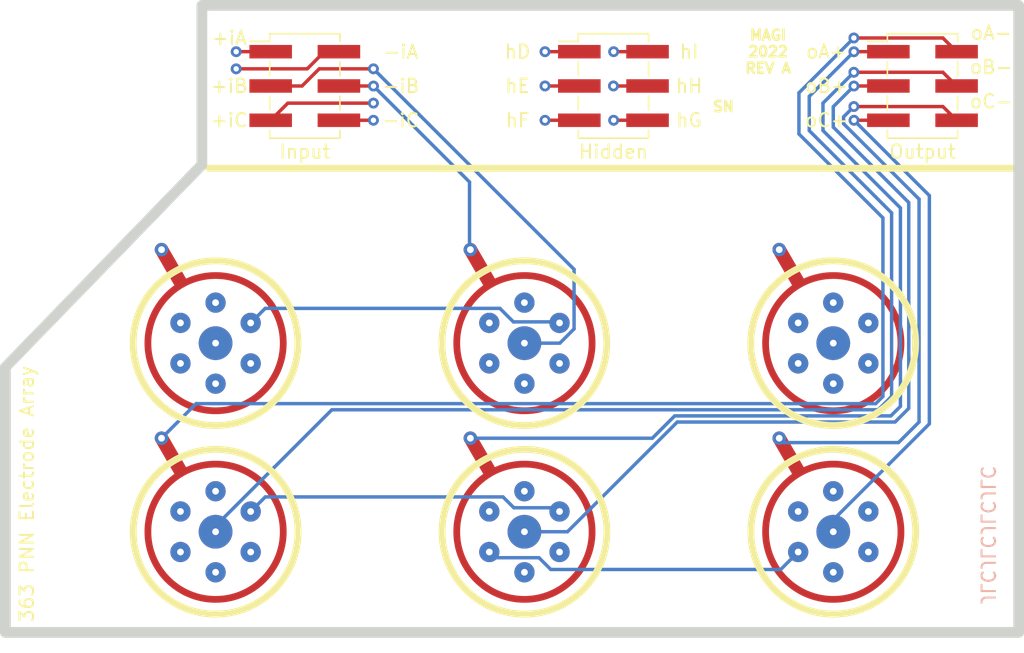
<source format=kicad_pcb>
(kicad_pcb (version 20211014) (generator pcbnew)
  (title_block (title "3 6 3 Physical Neural Network Electrode Array") (date "2022-12-05") (rev "A") (company "MAGI"))
  (layers (0 "F.Cu" signal) (1 "In1.Cu" signal) (2 "In2.Cu" signal) (31 "B.Cu" signal) (34 "B.Paste" user) (35 "F.Paste" user) (36 "B.SilkS" user "B.Silkscreen") (37 "F.SilkS" user "F.Silkscreen") (38 "B.Mask" user) (39 "F.Mask" user) (44 "Edge.Cuts" user))
  (net 0 "")
  (net 1 "iA+")
  (net 2 "hE")
  (net 3 "hF")
  (net 4 "hG")
  (net 5 "hH")
  (net 6 "hI")
  (net 7 "hD")
  (net 8 "iA-")
  (net 9 "iB+")
  (net 10 "iB-")
  (net 11 "iC+")
  (net 12 "iC-")
  (net 13 "oA+")
  (net 14 "oA-")
  (net 15 "oB+")
  (net 16 "oB-")
  (net 17 "oC+")
  (net 18 "oC-")
  (footprint "353_electrode:1_6_1_electrode" (layer "F.Cu") (at 143.256 100.33 -60)
    (fp_text reference "E2" hide)
    (fp_text value "1_6_1_electrode")
    (fp_line (start -8 0) (end -5.28 0) (layer "F.Cu") (width 1))
    (fp_circle (center 0 0) (end 5.01 -0.04) (layer "F.Cu") (width 0.5) (fill none))
    (pad "1" thru_hole custom (at 0 0 300) (size 2.5 2.5) (drill 0.5) (layers *.Cu *.Mask) (net 9 "iB+") (options (clearance outline) (anchor circle)) (primitives (gr_circle (center 0 0) (end 0.8 0) (width 0.12) (fill none))))
    (pad "2" thru_hole circle (at 0 -3 300) (size 1.5 1.5) (drill 0.5) (layers *.Cu *.Mask) (net 2 "hE"))
    (pad "3" thru_hole circle (at 2.6 -1.5 300) (size 1.5 1.5) (drill 0.5) (layers *.Cu *.Mask) (net 3 "hF"))
    (pad "4" thru_hole circle (at 2.6 1.5 300) (size 1.5 1.5) (drill 0.5) (layers *.Cu *.Mask) (net 4 "hG"))
    (pad "5" thru_hole circle (at 0 3 300) (size 1.5 1.5) (drill 0.5) (layers *.Cu *.Mask) (net 5 "hH"))
    (pad "6" thru_hole circle (at -2.6 1.5 300) (size 1.5 1.5) (drill 0.5) (layers *.Cu *.Mask) (net 6 "hI"))
    (pad "7" thru_hole circle (at -2.6 -1.5 300) (size 1.5 1.5) (drill 0.5) (layers *.Cu *.Mask) (net 7 "hD"))
    (pad "8" thru_hole circle (at -8 0 300) (size 1 1) (drill 0.5) (layers *.Cu *.Mask) (net 10 "iB-"))
  )
  (footprint "353_electrode:1_6_1_electrode" (layer "F.Cu") (at 120.396 114.3 -60)
    (fp_text reference "E4" hide)
    (fp_text value "1_6_1_electrode")
    (fp_line (start -8 0) (end -5.28 0) (layer "F.Cu") (width 1))
    (fp_circle (center 0 0) (end 5.01 -0.04) (layer "F.Cu") (width 0.5) (fill none))
    (pad "1" thru_hole custom (at 0 0 300) (size 2.5 2.5) (drill 0.5) (layers *.Cu *.Mask) (net 13 "oA+") (options (clearance outline) (anchor circle)) (primitives (gr_circle (center 0 0) (end 0.8 0) (width 0.12) (fill none))))
    (pad "2" thru_hole circle (at 0 -3 300) (size 1.5 1.5) (drill 0.5) (layers *.Cu *.Mask) (net 2 "hE"))
    (pad "3" thru_hole circle (at 2.6 -1.5 300) (size 1.5 1.5) (drill 0.5) (layers *.Cu *.Mask) (net 3 "hF"))
    (pad "4" thru_hole circle (at 2.6 1.5 300) (size 1.5 1.5) (drill 0.5) (layers *.Cu *.Mask) (net 4 "hG"))
    (pad "5" thru_hole circle (at 0 3 300) (size 1.5 1.5) (drill 0.5) (layers *.Cu *.Mask) (net 5 "hH"))
    (pad "6" thru_hole circle (at -2.6 1.5 300) (size 1.5 1.5) (drill 0.5) (layers *.Cu *.Mask) (net 6 "hI"))
    (pad "7" thru_hole circle (at -2.6 -1.5 300) (size 1.5 1.5) (drill 0.5) (layers *.Cu *.Mask) (net 7 "hD"))
    (pad "8" thru_hole circle (at -8 0 300) (size 1 1) (drill 0.5) (layers *.Cu *.Mask) (net 14 "oA-"))
  )
  (footprint "353_electrode:1_6_1_electrode" (layer "F.Cu") (at 166.116 100.33 -60)
    (fp_text reference "E3" hide)
    (fp_text value "1_6_1_electrode")
    (fp_line (start -8 0) (end -5.28 0) (layer "F.Cu") (width 1))
    (fp_circle (center 0 0) (end 5.01 -0.04) (layer "F.Cu") (width 0.5) (fill none))
    (pad "1" thru_hole custom (at 0 0 300) (size 2.5 2.5) (drill 0.5) (layers *.Cu *.Mask) (net 11 "iC+") (options (clearance outline) (anchor circle)) (primitives (gr_circle (center 0 0) (end 0.8 0) (width 0.12) (fill none))))
    (pad "2" thru_hole circle (at 0 -3 300) (size 1.5 1.5) (drill 0.5) (layers *.Cu *.Mask) (net 2 "hE"))
    (pad "3" thru_hole circle (at 2.6 -1.5 300) (size 1.5 1.5) (drill 0.5) (layers *.Cu *.Mask) (net 3 "hF"))
    (pad "4" thru_hole circle (at 2.6 1.5 300) (size 1.5 1.5) (drill 0.5) (layers *.Cu *.Mask) (net 4 "hG"))
    (pad "5" thru_hole circle (at 0 3 300) (size 1.5 1.5) (drill 0.5) (layers *.Cu *.Mask) (net 5 "hH"))
    (pad "6" thru_hole circle (at -2.6 1.5 300) (size 1.5 1.5) (drill 0.5) (layers *.Cu *.Mask) (net 6 "hI"))
    (pad "7" thru_hole circle (at -2.6 -1.5 300) (size 1.5 1.5) (drill 0.5) (layers *.Cu *.Mask) (net 7 "hD"))
    (pad "8" thru_hole circle (at -8 0 300) (size 1 1) (drill 0.5) (layers *.Cu *.Mask) (net 12 "iC-"))
  )
  (footprint "Connector_PinHeader_2.54mm:PinHeader_2x03_P2.54mm_Vertical_SMD" (layer "F.Cu") (at 149.845 81.28)
    (fp_text reference "J2" hide)
    (fp_text value "Hidden" (at 0 4.87) (layer "F.SilkS"))
    (fp_line (start 2.6 -3.87) (end 2.6 -3.3) (layer "F.SilkS") (width 0.12))
    (fp_line (start -2.6 -3.87) (end -2.6 -3.3) (layer "F.SilkS") (width 0.12))
    (fp_line (start 2.6 0.76) (end 2.6 1.78) (layer "F.SilkS") (width 0.12))
    (fp_line (start -2.6 3.3) (end -2.6 3.87) (layer "F.SilkS") (width 0.12))
    (fp_line (start -2.6 3.87) (end 2.6 3.87) (layer "F.SilkS") (width 0.12))
    (fp_line (start -2.6 0.76) (end -2.6 1.78) (layer "F.SilkS") (width 0.12))
    (fp_line (start 2.6 3.3) (end 2.6 3.87) (layer "F.SilkS") (width 0.12))
    (fp_line (start -2.6 -1.78) (end -2.6 -0.76) (layer "F.SilkS") (width 0.12))
    (fp_line (start 2.6 -1.78) (end 2.6 -0.76) (layer "F.SilkS") (width 0.12))
    (fp_line (start -2.6 -3.87) (end 2.6 -3.87) (layer "F.SilkS") (width 0.12))
    (fp_line (start -4.04 -3.3) (end -2.6 -3.3) (layer "F.SilkS") (width 0.12))
    (pad "1" smd rect (at -2.525 -2.54) (size 3.15 1) (layers "F.Cu" "F.Paste" "F.Mask") (net 7 "hD"))
    (pad "2" smd rect (at 2.525 -2.54) (size 3.15 1) (layers "F.Cu" "F.Paste" "F.Mask") (net 6 "hI"))
    (pad "3" smd rect (at -2.525 0) (size 3.15 1) (layers "F.Cu" "F.Paste" "F.Mask") (net 2 "hE"))
    (pad "4" smd rect (at 2.525 0) (size 3.15 1) (layers "F.Cu" "F.Paste" "F.Mask") (net 5 "hH"))
    (pad "5" smd rect (at -2.525 2.54) (size 3.15 1) (layers "F.Cu" "F.Paste" "F.Mask") (net 3 "hF"))
    (pad "6" smd rect (at 2.525 2.54) (size 3.15 1) (layers "F.Cu" "F.Paste" "F.Mask") (net 4 "hG"))
  )
  (footprint "Connector_PinHeader_2.54mm:PinHeader_2x03_P2.54mm_Vertical_SMD" (layer "F.Cu") (at 127 81.28)
    (fp_text reference "J1" hide)
    (fp_text value "Input" (at 0 4.87) (layer "F.SilkS"))
    (fp_line (start 2.6 3.3) (end 2.6 3.87) (layer "F.SilkS") (width 0.12))
    (fp_line (start -2.6 -3.87) (end 2.6 -3.87) (layer "F.SilkS") (width 0.12))
    (fp_line (start -2.6 -3.87) (end -2.6 -3.3) (layer "F.SilkS") (width 0.12))
    (fp_line (start 2.6 -1.78) (end 2.6 -0.76) (layer "F.SilkS") (width 0.12))
    (fp_line (start -2.6 0.76) (end -2.6 1.78) (layer "F.SilkS") (width 0.12))
    (fp_line (start 2.6 -3.87) (end 2.6 -3.3) (layer "F.SilkS") (width 0.12))
    (fp_line (start -2.6 -1.78) (end -2.6 -0.76) (layer "F.SilkS") (width 0.12))
    (fp_line (start -2.6 3.87) (end 2.6 3.87) (layer "F.SilkS") (width 0.12))
    (fp_line (start -2.6 3.3) (end -2.6 3.87) (layer "F.SilkS") (width 0.12))
    (fp_line (start -4.04 -3.3) (end -2.6 -3.3) (layer "F.SilkS") (width 0.12))
    (fp_line (start 2.6 0.76) (end 2.6 1.78) (layer "F.SilkS") (width 0.12))
    (pad "1" smd rect (at -2.525 -2.54) (size 3.15 1) (layers "F.Cu" "F.Paste" "F.Mask") (net 1 "iA+"))
    (pad "2" smd rect (at 2.525 -2.54) (size 3.15 1) (layers "F.Cu" "F.Paste" "F.Mask") (net 8 "iA-"))
    (pad "3" smd rect (at -2.525 0) (size 3.15 1) (layers "F.Cu" "F.Paste" "F.Mask") (net 9 "iB+"))
    (pad "4" smd rect (at 2.525 0) (size 3.15 1) (layers "F.Cu" "F.Paste" "F.Mask") (net 10 "iB-"))
    (pad "5" smd rect (at -2.525 2.54) (size 3.15 1) (layers "F.Cu" "F.Paste" "F.Mask") (net 11 "iC+"))
    (pad "6" smd rect (at 2.525 2.54) (size 3.15 1) (layers "F.Cu" "F.Paste" "F.Mask") (net 12 "iC-"))
  )
  (footprint "353_electrode:1_6_1_electrode" (layer "F.Cu") (at 143.256 114.3 -60)
    (fp_text reference "E5" hide)
    (fp_text value "1_6_1_electrode")
    (fp_line (start -8 0) (end -5.28 0) (layer "F.Cu") (width 1))
    (fp_circle (center 0 0) (end 5.01 -0.04) (layer "F.Cu") (width 0.5) (fill none))
    (pad "1" thru_hole custom (at 0 0 300) (size 2.5 2.5) (drill 0.5) (layers *.Cu *.Mask) (net 15 "oB+") (options (clearance outline) (anchor circle)) (primitives (gr_circle (center 0 0) (end 0.8 0) (width 0.12) (fill none))))
    (pad "2" thru_hole circle (at 0 -3 300) (size 1.5 1.5) (drill 0.5) (layers *.Cu *.Mask) (net 2 "hE"))
    (pad "3" thru_hole circle (at 2.6 -1.5 300) (size 1.5 1.5) (drill 0.5) (layers *.Cu *.Mask) (net 3 "hF"))
    (pad "4" thru_hole circle (at 2.6 1.5 300) (size 1.5 1.5) (drill 0.5) (layers *.Cu *.Mask) (net 4 "hG"))
    (pad "5" thru_hole circle (at 0 3 300) (size 1.5 1.5) (drill 0.5) (layers *.Cu *.Mask) (net 5 "hH"))
    (pad "6" thru_hole circle (at -2.6 1.5 300) (size 1.5 1.5) (drill 0.5) (layers *.Cu *.Mask) (net 6 "hI"))
    (pad "7" thru_hole circle (at -2.6 -1.5 300) (size 1.5 1.5) (drill 0.5) (layers *.Cu *.Mask) (net 7 "hD"))
    (pad "8" thru_hole circle (at -8 0 300) (size 1 1) (drill 0.5) (layers *.Cu *.Mask) (net 16 "oB-"))
  )
  (footprint "353_electrode:1_6_1_electrode" (layer "F.Cu") (at 120.396 100.33 -60)
    (fp_text reference "E1" hide)
    (fp_text value "1_6_1_electrode")
    (fp_line (start -8 0) (end -5.28 0) (layer "F.Cu") (width 1))
    (fp_circle (center 0 0) (end 5.01 -0.04) (layer "F.Cu") (width 0.5) (fill none))
    (pad "1" thru_hole custom (at 0 0 300) (size 2.5 2.5) (drill 0.5) (layers *.Cu *.Mask) (net 1 "iA+") (options (clearance outline) (anchor circle)) (primitives (gr_circle (center 0 0) (end 0.8 0) (width 0.12) (fill none))))
    (pad "2" thru_hole circle (at 0 -3 300) (size 1.5 1.5) (drill 0.5) (layers *.Cu *.Mask) (net 2 "hE"))
    (pad "3" thru_hole circle (at 2.6 -1.5 300) (size 1.5 1.5) (drill 0.5) (layers *.Cu *.Mask) (net 3 "hF"))
    (pad "4" thru_hole circle (at 2.6 1.5 300) (size 1.5 1.5) (drill 0.5) (layers *.Cu *.Mask) (net 4 "hG"))
    (pad "5" thru_hole circle (at 0 3 300) (size 1.5 1.5) (drill 0.5) (layers *.Cu *.Mask) (net 5 "hH"))
    (pad "6" thru_hole circle (at -2.6 1.5 300) (size 1.5 1.5) (drill 0.5) (layers *.Cu *.Mask) (net 6 "hI"))
    (pad "7" thru_hole circle (at -2.6 -1.5 300) (size 1.5 1.5) (drill 0.5) (layers *.Cu *.Mask) (net 7 "hD"))
    (pad "8" thru_hole circle (at -8 0 300) (size 1 1) (drill 0.5) (layers *.Cu *.Mask) (net 8 "iA-"))
  )
  (footprint "Connector_PinHeader_2.54mm:PinHeader_2x03_P2.54mm_Vertical_SMD" (layer "F.Cu") (at 172.72 81.28)
    (fp_text reference "J3" hide)
    (fp_text value "Output" (at 0 4.87) (layer "F.SilkS"))
    (fp_line (start -4.04 -3.3) (end -2.6 -3.3) (layer "F.SilkS") (width 0.12))
    (fp_line (start 2.6 0.76) (end 2.6 1.78) (layer "F.SilkS") (width 0.12))
    (fp_line (start -2.6 0.76) (end -2.6 1.78) (layer "F.SilkS") (width 0.12))
    (fp_line (start 2.6 -1.78) (end 2.6 -0.76) (layer "F.SilkS") (width 0.12))
    (fp_line (start -2.6 3.3) (end -2.6 3.87) (layer "F.SilkS") (width 0.12))
    (fp_line (start 2.6 3.3) (end 2.6 3.87) (layer "F.SilkS") (width 0.12))
    (fp_line (start 2.6 -3.87) (end 2.6 -3.3) (layer "F.SilkS") (width 0.12))
    (fp_line (start -2.6 -1.78) (end -2.6 -0.76) (layer "F.SilkS") (width 0.12))
    (fp_line (start -2.6 -3.87) (end -2.6 -3.3) (layer "F.SilkS") (width 0.12))
    (fp_line (start -2.6 3.87) (end 2.6 3.87) (layer "F.SilkS") (width 0.12))
    (fp_line (start -2.6 -3.87) (end 2.6 -3.87) (layer "F.SilkS") (width 0.12))
    (pad "1" smd rect (at -2.525 -2.54) (size 3.15 1) (layers "F.Cu" "F.Paste" "F.Mask") (net 13 "oA+"))
    (pad "2" smd rect (at 2.525 -2.54) (size 3.15 1) (layers "F.Cu" "F.Paste" "F.Mask") (net 14 "oA-"))
    (pad "3" smd rect (at -2.525 0) (size 3.15 1) (layers "F.Cu" "F.Paste" "F.Mask") (net 15 "oB+"))
    (pad "4" smd rect (at 2.525 0) (size 3.15 1) (layers "F.Cu" "F.Paste" "F.Mask") (net 16 "oB-"))
    (pad "5" smd rect (at -2.525 2.54) (size 3.15 1) (layers "F.Cu" "F.Paste" "F.Mask") (net 17 "oC+"))
    (pad "6" smd rect (at 2.525 2.54) (size 3.15 1) (layers "F.Cu" "F.Paste" "F.Mask") (net 18 "oC-"))
  )
  (footprint "353_electrode:1_6_1_electrode" (layer "F.Cu") (at 166.116 114.3 -60)
    (fp_text reference "E6" hide)
    (fp_text value "1_6_1_electrode")
    (fp_line (start -8 0) (end -5.28 0) (layer "F.Cu") (width 1))
    (fp_circle (center 0 0) (end 5.01 -0.04) (layer "F.Cu") (width 0.5) (fill none))
    (pad "1" thru_hole custom (at 0 0 300) (size 2.5 2.5) (drill 0.5) (layers *.Cu *.Mask) (net 17 "oC+") (options (clearance outline) (anchor circle)) (primitives (gr_circle (center 0 0) (end 0.8 0) (width 0.12) (fill none))))
    (pad "2" thru_hole circle (at 0 -3 300) (size 1.5 1.5) (drill 0.5) (layers *.Cu *.Mask) (net 2 "hE"))
    (pad "3" thru_hole circle (at 2.6 -1.5 300) (size 1.5 1.5) (drill 0.5) (layers *.Cu *.Mask) (net 3 "hF"))
    (pad "4" thru_hole circle (at 2.6 1.5 300) (size 1.5 1.5) (drill 0.5) (layers *.Cu *.Mask) (net 4 "hG"))
    (pad "5" thru_hole circle (at 0 3 300) (size 1.5 1.5) (drill 0.5) (layers *.Cu *.Mask) (net 5 "hH"))
    (pad "6" thru_hole circle (at -2.6 1.5 300) (size 1.5 1.5) (drill 0.5) (layers *.Cu *.Mask) (net 6 "hI"))
    (pad "7" thru_hole circle (at -2.6 -1.5 300) (size 1.5 1.5) (drill 0.5) (layers *.Cu *.Mask) (net 7 "hD"))
    (pad "8" thru_hole circle (at -8 0 300) (size 1 1) (drill 0.5) (layers *.Cu *.Mask) (net 18 "oC-"))
  )
  (gr_circle (center 166.121289 114.3) (end 172.222578 114.3) (layer "F.SilkS") (width 0.508) (fill none))
  (gr_circle (center 143.261289 114.3) (end 149.362578 114.3) (layer "F.SilkS") (width 0.508) (fill none))
  (gr_line (start 119.888 87.376) (end 179.324 87.376) (layer "F.SilkS") (width 0.508))
  (gr_circle (center 120.401289 114.3) (end 126.502578 114.3) (layer "F.SilkS") (width 0.508) (fill none))
  (gr_circle (center 143.250711 100.33) (end 149.352 100.33) (layer "F.SilkS") (width 0.508) (fill none))
  (gr_circle (center 166.110711 100.33) (end 172.212 100.33) (layer "F.SilkS") (width 0.508) (fill none))
  (gr_circle (center 120.396 100.33) (end 126.497289 100.33) (layer "F.SilkS") (width 0.508) (fill none))
  (gr_poly (pts (xy 104.8398 102.108) (xy 111.252 95.504) (xy 119.38 87.122) (xy 119.38 75.311) (xy 179.8398 75.311) (xy 179.8398 121.757) (xy 104.8398 121.757)) (layer "Edge.Cuts") (width 0.8) (fill none))
  (gr_text "JLCJLCJLCJLC" (at 177.546 114.554 -90) (layer "B.SilkS") (effects (font (size 1 1)) (justify mirror)))
  (gr_text "+iA\n" (at 121.412 77.724) (layer "F.SilkS") (effects (font (size 1 1))))
  (gr_text "oC-" (at 177.8 82.423) (layer "F.SilkS") (effects (font (size 1 1))))
  (gr_text "+iC\n" (at 121.412 83.82) (layer "F.SilkS") (effects (font (size 1 1))))
  (gr_text "oB-" (at 177.8 79.883) (layer "F.SilkS") (effects (font (size 1 1))))
  (gr_text "oA+" (at 165.608 78.74) (layer "F.SilkS") (effects (font (size 1 1))))
  (gr_text "363 PNN Electrode Array" (at 106.426 111.506 90) (layer "F.SilkS") (effects (font (size 1 1))))
  (gr_text "oC+" (at 165.608 83.82) (layer "F.SilkS") (effects (font (size 1 1))))
  (gr_text "SN" (at 157.988 82.804) (layer "F.SilkS") (effects (font (size 0.762 0.762) (thickness 0.1905))))
  (gr_text "oB+" (at 165.608 81.28) (layer "F.SilkS") (effects (font (size 1 1))))
  (gr_text "hD" (at 142.748 78.74) (layer "F.SilkS") (effects (font (size 1 1))))
  (gr_text "-iA\n" (at 134.112 78.74) (layer "F.SilkS") (effects (font (size 1 1))))
  (gr_text "hE" (at 142.748 81.28) (layer "F.SilkS") (effects (font (size 1 1))))
  (gr_text "hF" (at 142.748 83.82) (layer "F.SilkS") (effects (font (size 1 1))))
  (gr_text "-iC\n" (at 134.112 83.82) (layer "F.SilkS") (effects (font (size 1 1))))
  (gr_text "hG" (at 155.448 83.82) (layer "F.SilkS") (effects (font (size 1 1))))
  (gr_text "+iB\n" (at 121.412 81.28) (layer "F.SilkS") (effects (font (size 1 1))))
  (gr_text "MAGI\n2022\nREV A" (at 161.29 78.74) (layer "F.SilkS") (effects (font (size 0.762 0.762) (thickness 0.1905))))
  (gr_text "hH" (at 155.448 81.28) (layer "F.SilkS") (effects (font (size 1 1))))
  (gr_text "hI" (at 155.448 78.74) (layer "F.SilkS") (effects (font (size 1 1))))
  (gr_text "-iB\n" (at 134.112 81.28) (layer "F.SilkS") (effects (font (size 1 1))))
  (gr_text "oA-" (at 177.8 77.343) (layer "F.SilkS") (effects (font (size 1 1))))
  (segment (start 121.92 78.74) (end 124.475 78.74) (width 0.254) (layer "F.Cu") (net 1))
  (via (at 121.92 78.74) (size 0.8) (drill 0.4) (layers "F.Cu" "B.Cu") (net 1))
  (segment (start 144.78 81.28) (end 147.32 81.28) (width 0.254) (layer "F.Cu") (net 2))
  (via (at 144.78 81.28) (size 0.8) (drill 0.4) (layers "F.Cu" "B.Cu") (net 2))
  (segment (start 124.072742 111.721334) (end 141.670131 111.721334) (width 0.254) (layer "B.Cu") (net 2))
  (segment (start 142.470797 112.522) (end 145.576076 112.522) (width 0.254) (layer "B.Cu") (net 2))
  (segment (start 141.670131 111.721334) (end 142.470797 112.522) (width 0.254) (layer "B.Cu") (net 2))
  (segment (start 145.854076 98.83) (end 145.777076 98.753) (width 0.254) (layer "B.Cu") (net 2))
  (segment (start 122.994076 112.8) (end 124.072742 111.721334) (width 0.254) (layer "B.Cu") (net 2))
  (segment (start 124.072742 97.751334) (end 122.994076 98.83) (width 0.254) (layer "B.Cu") (net 2))
  (segment (start 145.576076 112.522) (end 145.854076 112.8) (width 0.254) (layer "B.Cu") (net 2))
  (segment (start 142.441 98.753) (end 141.439334 97.751334) (width 0.254) (layer "B.Cu") (net 2))
  (segment (start 141.439334 97.751334) (end 124.072742 97.751334) (width 0.254) (layer "B.Cu") (net 2))
  (segment (start 145.777076 98.753) (end 142.441 98.753) (width 0.254) (layer "B.Cu") (net 2))
  (segment (start 147.32 83.82) (end 144.78 83.82) (width 0.254) (layer "F.Cu") (net 3))
  (via (at 144.78 83.82) (size 0.8) (drill 0.4) (layers "F.Cu" "B.Cu") (net 3))
  (segment (start 149.86 83.82) (end 152.37 83.82) (width 0.254) (layer "F.Cu") (net 4))
  (via (at 149.86 83.82) (size 0.8) (drill 0.4) (layers "F.Cu" "B.Cu") (net 4))
  (segment (start 149.845 81.28) (end 152.37 81.28) (width 0.254) (layer "F.Cu") (net 5))
  (via (at 149.845 81.28) (size 0.8) (drill 0.4) (layers "F.Cu" "B.Cu") (net 5))
  (segment (start 144.332797 116.224666) (end 145.202131 117.094) (width 0.254) (layer "B.Cu") (net 5))
  (segment (start 162.223924 117.094) (end 163.517924 115.8) (width 0.254) (layer "B.Cu") (net 5))
  (segment (start 141.08259 116.224666) (end 144.332797 116.224666) (width 0.254) (layer "B.Cu") (net 5))
  (segment (start 145.202131 117.094) (end 162.223924 117.094) (width 0.254) (layer "B.Cu") (net 5))
  (segment (start 140.657924 115.8) (end 141.08259 116.224666) (width 0.254) (layer "B.Cu") (net 5))
  (segment (start 149.86 78.74) (end 152.37 78.74) (width 0.254) (layer "F.Cu") (net 6))
  (via (at 149.86 78.74) (size 0.8) (drill 0.4) (layers "F.Cu" "B.Cu") (net 6))
  (segment (start 144.78 78.74) (end 147.32 78.74) (width 0.254) (layer "F.Cu") (net 7))
  (via (at 144.78 78.74) (size 0.8) (drill 0.4) (layers "F.Cu" "B.Cu") (net 7))
  (segment (start 121.92 80.01) (end 127.18 80.01) (width 0.254) (layer "F.Cu") (net 8))
  (segment (start 127.18 80.01) (end 128.45 78.74) (width 0.254) (layer "F.Cu") (net 8))
  (segment (start 128.45 78.74) (end 129.525 78.74) (width 0.254) (layer "F.Cu") (net 8))
  (via (at 121.92 80.01) (size 0.8) (drill 0.4) (layers "F.Cu" "B.Cu") (net 8))
  (segment (start 128.066 80.01) (end 132.08 80.01) (width 0.254) (layer "F.Cu") (net 9))
  (segment (start 124.475 81.28) (end 126.796 81.28) (width 0.254) (layer "F.Cu") (net 9))
  (segment (start 126.796 81.28) (end 128.066 80.01) (width 0.254) (layer "F.Cu") (net 9))
  (via (at 132.08 80.01) (size 0.8) (drill 0.4) (layers "F.Cu" "B.Cu") (net 9))
  (segment (start 143.256 100.33) (end 145.877185 100.33) (width 0.254) (layer "B.Cu") (net 9))
  (segment (start 145.877185 100.33) (end 146.931076 99.276109) (width 0.254) (layer "B.Cu") (net 9))
  (segment (start 146.931076 94.861076) (end 132.08 80.01) (width 0.254) (layer "B.Cu") (net 9))
  (segment (start 146.931076 99.276109) (end 146.931076 94.861076) (width 0.254) (layer "B.Cu") (net 9))
  (segment (start 132.08 81.28) (end 132.085714 81.285714) (width 0.254) (layer "F.Cu") (net 10))
  (segment (start 129.525 81.28) (end 132.08 81.28) (width 0.254) (layer "F.Cu") (net 10))
  (via (at 132.085714 81.285714) (size 0.8) (drill 0.4) (layers "F.Cu" "B.Cu") (net 10))
  (segment (start 139.192 88.392) (end 132.085714 81.285714) (width 0.254) (layer "B.Cu") (net 10))
  (segment (start 139.256 93.401797) (end 139.192 93.337797) (width 0.254) (layer "B.Cu") (net 10))
  (segment (start 139.192 93.337797) (end 139.192 88.392) (width 0.254) (layer "B.Cu") (net 10))
  (segment (start 124.475 83.82) (end 125.745 82.55) (width 0.254) (layer "F.Cu") (net 11))
  (segment (start 125.745 82.55) (end 132.08 82.55) (width 0.254) (layer "F.Cu") (net 11))
  (via (at 132.08 82.55) (size 0.8) (drill 0.4) (layers "F.Cu" "B.Cu") (net 11))
  (segment (start 129.525 83.82) (end 132.08 83.82) (width 0.254) (layer "F.Cu") (net 12))
  (via (at 132.08 83.82) (size 0.8) (drill 0.4) (layers "F.Cu" "B.Cu") (net 12))
  (segment (start 167.645714 78.745714) (end 167.651428 78.74) (width 0.254) (layer "F.Cu") (net 13))
  (segment (start 167.651428 78.74) (end 170.195 78.74) (width 0.254) (layer "F.Cu") (net 13))
  (via (at 167.645714 78.745714) (size 0.8) (drill 0.4) (layers "F.Cu" "B.Cu") (net 13))
  (segment (start 120.396 114.3) (end 120.396 113.874967) (width 0.254) (layer "B.Cu") (net 13))
  (segment (start 170.434 90.678) (end 164.338 84.582) (width 0.254) (layer "B.Cu") (net 13))
  (segment (start 164.338 82.053428) (end 167.645714 78.745714) (width 0.254) (layer "B.Cu") (net 13))
  (segment (start 120.396 113.874967) (end 129.005969 105.264998) (width 0.254) (layer "B.Cu") (net 13))
  (segment (start 164.338 84.582) (end 164.338 82.053428) (width 0.254) (layer "B.Cu") (net 13))
  (segment (start 129.005969 105.264998) (end 169.44235 105.264998) (width 0.254) (layer "B.Cu") (net 13))
  (segment (start 170.434 104.273348) (end 170.434 90.678) (width 0.254) (layer "B.Cu") (net 13))
  (segment (start 169.44235 105.264998) (end 170.434 104.273348) (width 0.254) (layer "B.Cu") (net 13))
  (segment (start 167.64 77.724) (end 174.229 77.724) (width 0.254) (layer "F.Cu") (net 14))
  (segment (start 174.229 77.724) (end 175.245 78.74) (width 0.254) (layer "F.Cu") (net 14))
  (via (at 167.64 77.724) (size 0.8) (drill 0.4) (layers "F.Cu" "B.Cu") (net 14))
  (segment (start 116.396 107.371797) (end 118.9563 104.811497) (width 0.254) (layer "B.Cu") (net 14))
  (segment (start 169.792038 104.273962) (end 169.792038 91.052038) (width 0.254) (layer "B.Cu") (net 14))
  (segment (start 163.576 81.788) (end 167.64 77.724) (width 0.254) (layer "B.Cu") (net 14))
  (segment (start 169.792038 91.052038) (end 163.576 84.836) (width 0.254) (layer "B.Cu") (net 14))
  (segment (start 163.576 84.836) (end 163.576 81.788) (width 0.254) (layer "B.Cu") (net 14))
  (segment (start 169.254503 104.811497) (end 169.792038 104.273962) (width 0.254) (layer "B.Cu") (net 14))
  (segment (start 118.9563 104.811497) (end 169.254503 104.811497) (width 0.254) (layer "B.Cu") (net 14))
  (segment (start 167.645714 81.285714) (end 167.651428 81.28) (width 0.254) (layer "F.Cu") (net 15))
  (segment (start 167.651428 81.28) (end 170.195 81.28) (width 0.254) (layer "F.Cu") (net 15))
  (via (at 167.645714 81.285714) (size 0.8) (drill 0.4) (layers "F.Cu" "B.Cu") (net 15))
  (segment (start 166.116 82.815428) (end 167.645714 81.285714) (width 0.254) (layer "B.Cu") (net 15))
  (segment (start 170.688 106.172) (end 171.704 105.156) (width 0.254) (layer "B.Cu") (net 15))
  (segment (start 166.116 84.328) (end 166.116 82.815428) (width 0.254) (layer "B.Cu") (net 15))
  (segment (start 171.704 89.916) (end 166.116 84.328) (width 0.254) (layer "B.Cu") (net 15))
  (segment (start 171.704 105.156) (end 171.704 89.916) (width 0.254) (layer "B.Cu") (net 15))
  (segment (start 154.565348 106.172) (end 170.688 106.172) (width 0.254) (layer "B.Cu") (net 15))
  (segment (start 146.437348 114.3) (end 154.565348 106.172) (width 0.254) (layer "B.Cu") (net 15))
  (segment (start 143.256 114.3) (end 146.437348 114.3) (width 0.254) (layer "B.Cu") (net 15))
  (segment (start 167.64 80.264) (end 174.229 80.264) (width 0.254) (layer "F.Cu") (net 16))
  (segment (start 174.229 80.264) (end 175.245 81.28) (width 0.254) (layer "F.Cu") (net 16))
  (via (at 167.64 80.264) (size 0.8) (drill 0.4) (layers "F.Cu" "B.Cu") (net 16))
  (segment (start 165.354 84.582) (end 165.354 82.55) (width 0.254) (layer "B.Cu") (net 16))
  (segment (start 152.724203 107.371797) (end 154.377502 105.718499) (width 0.254) (layer "B.Cu") (net 16))
  (segment (start 171.087002 90.315002) (end 165.354 84.582) (width 0.254) (layer "B.Cu") (net 16))
  (segment (start 139.256 107.371797) (end 152.724203 107.371797) (width 0.254) (layer "B.Cu") (net 16))
  (segment (start 171.087002 105.010998) (end 171.087002 90.315002) (width 0.254) (layer "B.Cu") (net 16))
  (segment (start 165.354 82.55) (end 167.64 80.264) (width 0.254) (layer "B.Cu") (net 16))
  (segment (start 154.377502 105.718499) (end 170.379501 105.718499) (width 0.254) (layer "B.Cu") (net 16))
  (segment (start 170.379501 105.718499) (end 171.087002 105.010998) (width 0.254) (layer "B.Cu") (net 16))
  (segment (start 167.651428 83.82) (end 170.195 83.82) (width 0.254) (layer "F.Cu") (net 17))
  (via (at 167.651428 83.82) (size 0.8) (drill 0.4) (layers "F.Cu" "B.Cu") (net 17))
  (segment (start 166.116 114.3) (end 166.116 113.417348) (width 0.254) (layer "B.Cu") (net 17))
  (segment (start 173.228 106.305348) (end 173.228 89.396572) (width 0.254) (layer "B.Cu") (net 17))
  (segment (start 166.116 113.417348) (end 173.228 106.305348) (width 0.254) (layer "B.Cu") (net 17))
  (segment (start 173.228 89.396572) (end 167.651428 83.82) (width 0.254) (layer "B.Cu") (net 17))
  (segment (start 167.64 82.804) (end 174.229 82.804) (width 0.254) (layer "F.Cu") (net 18))
  (segment (start 174.229 82.804) (end 175.245 83.82) (width 0.254) (layer "F.Cu") (net 18))
  (via (at 167.64 82.804) (size 0.8) (drill 0.4) (layers "F.Cu" "B.Cu") (net 18))
  (segment (start 172.466 89.662) (end 166.878 84.074) (width 0.254) (layer "B.Cu") (net 18))
  (segment (start 162.116 107.371797) (end 162.440203 107.696) (width 0.254) (layer "B.Cu") (net 18))
  (segment (start 166.878 83.566) (end 167.64 82.804) (width 0.254) (layer "B.Cu") (net 18))
  (segment (start 172.466 106.172) (end 172.466 89.662) (width 0.254) (layer "B.Cu") (net 18))
  (segment (start 162.440203 107.696) (end 170.942 107.696) (width 0.254) (layer "B.Cu") (net 18))
  (segment (start 166.878 84.074) (end 166.878 83.566) (width 0.254) (layer "B.Cu") (net 18))
  (segment (start 170.942 107.696) (end 172.466 106.172) (width 0.254) (layer "B.Cu") (net 18))
)
</source>
